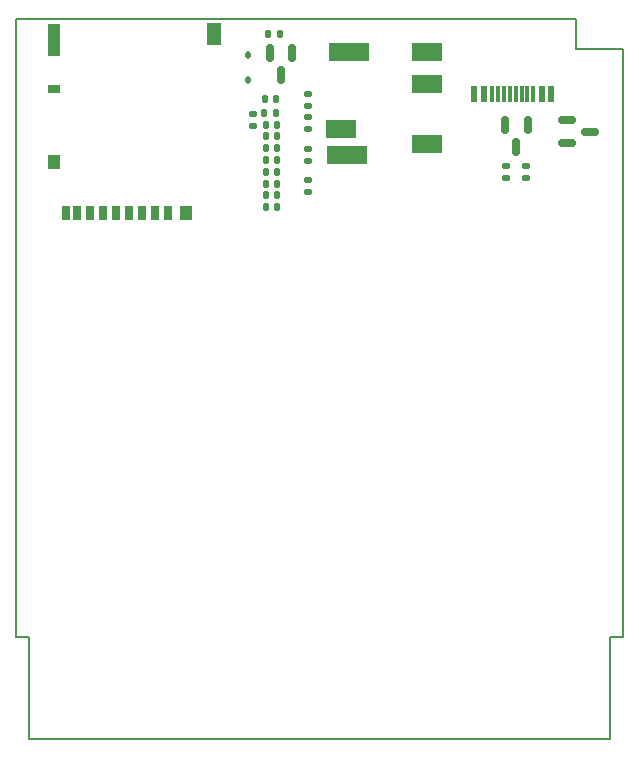
<source format=gbr>
G04 #@! TF.GenerationSoftware,KiCad,Pcbnew,7.0.10*
G04 #@! TF.CreationDate,2024-04-17T21:52:57+03:00*
G04 #@! TF.ProjectId,GAMEBOY_STM32_CART,47414d45-424f-4595-9f53-544d33325f43,v5.1*
G04 #@! TF.SameCoordinates,Original*
G04 #@! TF.FileFunction,Paste,Bot*
G04 #@! TF.FilePolarity,Positive*
%FSLAX46Y46*%
G04 Gerber Fmt 4.6, Leading zero omitted, Abs format (unit mm)*
G04 Created by KiCad (PCBNEW 7.0.10) date 2024-04-17 21:52:57*
%MOMM*%
%LPD*%
G01*
G04 APERTURE LIST*
G04 Aperture macros list*
%AMRoundRect*
0 Rectangle with rounded corners*
0 $1 Rounding radius*
0 $2 $3 $4 $5 $6 $7 $8 $9 X,Y pos of 4 corners*
0 Add a 4 corners polygon primitive as box body*
4,1,4,$2,$3,$4,$5,$6,$7,$8,$9,$2,$3,0*
0 Add four circle primitives for the rounded corners*
1,1,$1+$1,$2,$3*
1,1,$1+$1,$4,$5*
1,1,$1+$1,$6,$7*
1,1,$1+$1,$8,$9*
0 Add four rect primitives between the rounded corners*
20,1,$1+$1,$2,$3,$4,$5,0*
20,1,$1+$1,$4,$5,$6,$7,0*
20,1,$1+$1,$6,$7,$8,$9,0*
20,1,$1+$1,$8,$9,$2,$3,0*%
G04 Aperture macros list end*
%ADD10R,0.600000X1.450000*%
%ADD11R,0.300000X1.450000*%
%ADD12RoundRect,0.140000X0.140000X0.170000X-0.140000X0.170000X-0.140000X-0.170000X0.140000X-0.170000X0*%
%ADD13RoundRect,0.150000X-0.150000X0.587500X-0.150000X-0.587500X0.150000X-0.587500X0.150000X0.587500X0*%
%ADD14RoundRect,0.135000X-0.135000X-0.185000X0.135000X-0.185000X0.135000X0.185000X-0.135000X0.185000X0*%
%ADD15RoundRect,0.135000X-0.185000X0.135000X-0.185000X-0.135000X0.185000X-0.135000X0.185000X0.135000X0*%
%ADD16RoundRect,0.140000X-0.140000X-0.170000X0.140000X-0.170000X0.140000X0.170000X-0.140000X0.170000X0*%
%ADD17RoundRect,0.135000X0.135000X0.185000X-0.135000X0.185000X-0.135000X-0.185000X0.135000X-0.185000X0*%
%ADD18R,0.700000X1.200000*%
%ADD19R,1.000000X0.800000*%
%ADD20R,1.000000X2.800000*%
%ADD21R,1.000000X1.200000*%
%ADD22R,1.300000X1.900000*%
%ADD23RoundRect,0.140000X0.170000X-0.140000X0.170000X0.140000X-0.170000X0.140000X-0.170000X-0.140000X0*%
%ADD24RoundRect,0.140000X-0.170000X0.140000X-0.170000X-0.140000X0.170000X-0.140000X0.170000X0.140000X0*%
%ADD25RoundRect,0.135000X0.185000X-0.135000X0.185000X0.135000X-0.185000X0.135000X-0.185000X-0.135000X0*%
%ADD26R,2.500000X1.500000*%
%ADD27R,3.400000X1.500000*%
%ADD28RoundRect,0.112500X0.112500X-0.187500X0.112500X0.187500X-0.112500X0.187500X-0.112500X-0.187500X0*%
%ADD29RoundRect,0.150000X-0.587500X-0.150000X0.587500X-0.150000X0.587500X0.150000X-0.587500X0.150000X0*%
G04 #@! TA.AperFunction,Profile*
%ADD30C,0.150000*%
G04 #@! TD*
G04 APERTURE END LIST*
D10*
X115640000Y-34215000D03*
X116440000Y-34215000D03*
D11*
X117640000Y-34215000D03*
X118640000Y-34215000D03*
X119140000Y-34215000D03*
X120140000Y-34215000D03*
D10*
X121340000Y-34215000D03*
X122140000Y-34215000D03*
X122140000Y-34215000D03*
X121340000Y-34215000D03*
D11*
X120640000Y-34215000D03*
X119640000Y-34215000D03*
X118140000Y-34215000D03*
X117140000Y-34215000D03*
D10*
X116440000Y-34215000D03*
X115640000Y-34215000D03*
D12*
X98960000Y-37800000D03*
X98000000Y-37800000D03*
X98960000Y-43800000D03*
X98000000Y-43800000D03*
D13*
X98350000Y-30750000D03*
X100250000Y-30750000D03*
X99300000Y-32625000D03*
D14*
X98140000Y-29150000D03*
X99160000Y-29150000D03*
D15*
X120000000Y-40290000D03*
X120000000Y-41310000D03*
D12*
X98960000Y-40800000D03*
X98000000Y-40800000D03*
D16*
X97920000Y-34600000D03*
X98880000Y-34600000D03*
D12*
X98960000Y-38800000D03*
X98000000Y-38800000D03*
D17*
X98880000Y-35800000D03*
X97860000Y-35800000D03*
D15*
X118300000Y-40290000D03*
X118300000Y-41310000D03*
D18*
X89685000Y-44265000D03*
X88585000Y-44265000D03*
X87485000Y-44265000D03*
X86385000Y-44265000D03*
X85285000Y-44265000D03*
X84185000Y-44265000D03*
X83085000Y-44265000D03*
X81985000Y-44265000D03*
X81035000Y-44265000D03*
D19*
X80085000Y-33765000D03*
D20*
X80085000Y-29615000D03*
D21*
X80085000Y-39965000D03*
X91235000Y-44265000D03*
D22*
X93585000Y-29165000D03*
D23*
X101600000Y-37160000D03*
X101600000Y-36200000D03*
D24*
X96880000Y-35920000D03*
X96880000Y-36880000D03*
D12*
X98960000Y-39800000D03*
X98000000Y-39800000D03*
D25*
X101600000Y-35220000D03*
X101600000Y-34200000D03*
D26*
X111675000Y-33375000D03*
D27*
X105025000Y-30675000D03*
D26*
X111675000Y-38475000D03*
X104375000Y-37175000D03*
X111675000Y-30675000D03*
D27*
X104825000Y-39375000D03*
D28*
X96450000Y-33000000D03*
X96450000Y-30900000D03*
D25*
X101600000Y-39910000D03*
X101600000Y-38890000D03*
D12*
X98960000Y-36800000D03*
X98000000Y-36800000D03*
D23*
X101600000Y-42480000D03*
X101600000Y-41520000D03*
D29*
X123525000Y-38350000D03*
X123525000Y-36450000D03*
X125400000Y-37400000D03*
D12*
X98960000Y-42800000D03*
X98000000Y-42800000D03*
D13*
X118250000Y-36862500D03*
X120150000Y-36862500D03*
X119200000Y-38737500D03*
D12*
X98960000Y-41800000D03*
X98000000Y-41800000D03*
D30*
X128250000Y-80225000D02*
X128250000Y-30425000D01*
X128250000Y-30425000D02*
X124250000Y-30425000D01*
X77950000Y-88825000D02*
X77950000Y-80225000D01*
X127150000Y-88825000D02*
X127150000Y-80225000D01*
X76850000Y-80225000D02*
X76850000Y-27825000D01*
X124250000Y-27825000D02*
X124250000Y-30425000D01*
X77950000Y-88825000D02*
X127150000Y-88825000D01*
X76850000Y-27825000D02*
X124250000Y-27825000D01*
X127150000Y-80225000D02*
X128250000Y-80225000D01*
X77950000Y-80225000D02*
X76850000Y-80225000D01*
M02*

</source>
